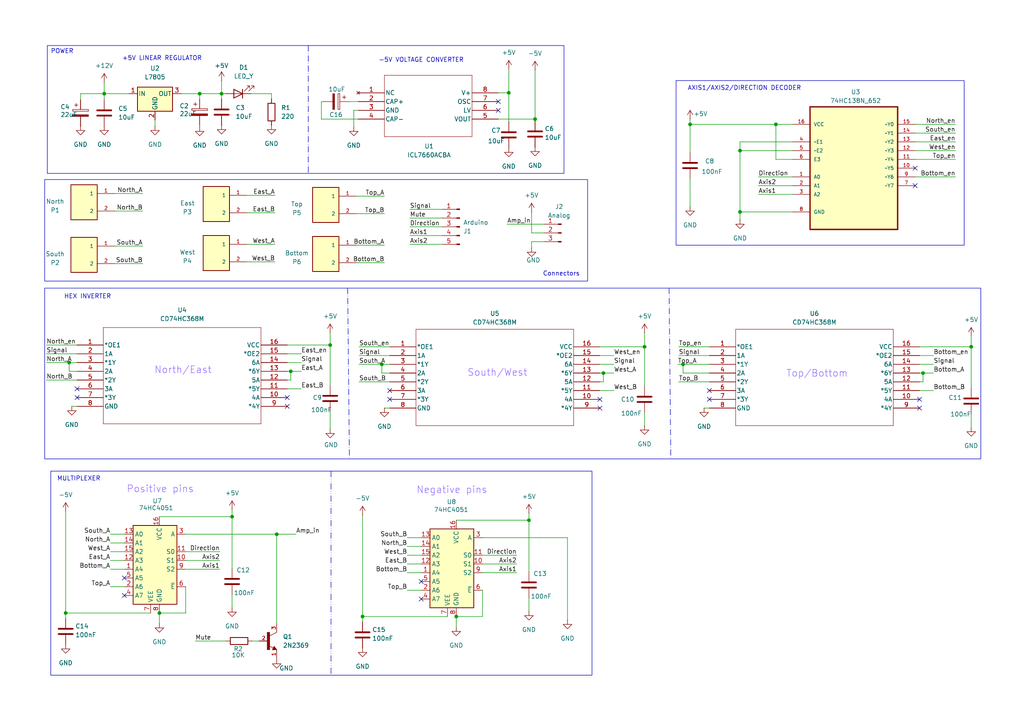
<source format=kicad_sch>
(kicad_sch (version 20231120) (generator "eeschema") (generator_version "8.0")
  (paper "A4")
  (title_block (title "3D Digital Board") (date "2024-10-18") (rev "V1.0") (company "University of Cape Town") (comment 1 "@Author: Dylan Kuming"))
  (lib_symbols
    (symbol "0022272021:0022272021" (pin_names (offset 1.016))
      (property "Reference" "P" (at 0 5.086 0))
      (property "Value" "0022272021" (at 0 -7.624 0))
      (symbol "0022272021_0_0"
        (pin passive line (at -5.08 2.54 0) (length 5.08) (name "1") (number "1"))
        (pin passive line (at -5.08 -2.54 0) (length 5.08) (name "2") (number "2"))
      )
    )
    (symbol "2024-08-03_09-29-17:CD74HC368M" (pin_names (offset 0.254))
      (property "Reference" "U" (at 30.48 10.16 0))
      (property "Value" "CD74HC368M" (at 30.48 7.62 0))
      (symbol "CD74HC368M_0_1"
        (pin input line (at 0 0 0) (length 7.62) (name "*OE1") (number "1"))
        (pin input line (at 60.96 -15.24 180) (length 7.62) (name "4A") (number "10"))
        (pin output line (at 60.96 -12.7 180) (length 7.62) (name "*5Y") (number "11"))
        (pin input line (at 60.96 -10.16 180) (length 7.62) (name "5A") (number "12"))
        (pin output line (at 60.96 -7.62 180) (length 7.62) (name "*6Y") (number "13"))
        (pin input line (at 60.96 -5.08 180) (length 7.62) (name "6A") (number "14"))
        (pin input line (at 60.96 -2.54 180) (length 7.62) (name "*OE2") (number "15"))
        (pin power_in line (at 60.96 0 180) (length 7.62) (name "VCC") (number "16"))
        (pin input line (at 0 -2.54 0) (length 7.62) (name "1A") (number "2"))
        (pin output line (at 0 -5.08 0) (length 7.62) (name "*1Y") (number "3"))
        (pin input line (at 0 -7.62 0) (length 7.62) (name "2A") (number "4"))
        (pin output line (at 0 -10.16 0) (length 7.62) (name "*2Y") (number "5"))
        (pin input line (at 0 -12.7 0) (length 7.62) (name "3A") (number "6"))
        (pin output line (at 0 -15.24 0) (length 7.62) (name "*3Y") (number "7"))
        (pin power_in line (at 0 -17.78 0) (length 7.62) (name "GND") (number "8"))
        (pin output line (at 60.96 -17.78 180) (length 7.62) (name "*4Y") (number "9"))
      )
    )
    (symbol "2024-08-03_09-40-07:ICL7660ACBA" (pin_names (offset 0.254))
      (property "Reference" "U" (at 20.32 10.16 0))
      (property "Value" "ICL7660ACBA" (at 20.32 7.62 0))
      (symbol "ICL7660ACBA_0_1"
        (pin no_connect line (at 0 0 0) (length 7.62) (name "NC") (number "1"))
        (pin unspecified line (at 0 -2.54 0) (length 7.62) (name "CAP+") (number "2"))
        (pin power_in line (at 0 -5.08 0) (length 7.62) (name "GND") (number "3"))
        (pin unspecified line (at 0 -7.62 0) (length 7.62) (name "CAP-") (number "4"))
        (pin output line (at 40.64 -7.62 180) (length 7.62) (name "VOUT") (number "5"))
        (pin unspecified line (at 40.64 -5.08 180) (length 7.62) (name "LV") (number "6"))
        (pin unspecified line (at 40.64 -2.54 180) (length 7.62) (name "OSC") (number "7"))
        (pin power_in line (at 40.64 0 180) (length 7.62) (name "V+") (number "8"))
      )
    )
    (symbol "2N2369:2N2369" (pin_names (offset 1.016))
      (property "Reference" "Q" (at 2.54 0.508 0))
      (property "Value" "2N2369" (at 2.54 -0.508 0))
      (symbol "2N2369_0_0"
        (pin passive line (at 2.54 -5.08 90) (length 2.54) (name "~") (number "1"))
        (pin passive line (at -2.54 0 0) (length 2.54) (name "~") (number "2"))
        (pin passive line (at 2.54 5.08 270) (length 2.54) (name "~") (number "3"))
      )
    )
    (symbol "74HC138N_652:74HC138N_652" (pin_names (offset 1.016))
      (property "Reference" "U" (at -5.3646 18.2041 0))
      (property "Value" "74HC138N_652" (at -4.4995 -24.6327 0))
      (symbol "74HC138N_652_0_0"
        (pin input line (at -17.78 -5.08 0) (length 5.08) (name "A0") (number "1"))
        (pin output line (at 17.78 -2.54 180) (length 5.08) (name "~Y5") (number "10"))
        (pin output line (at 17.78 0 180) (length 5.08) (name "~Y4") (number "11"))
        (pin output line (at 17.78 2.54 180) (length 5.08) (name "~Y3") (number "12"))
        (pin output line (at 17.78 5.08 180) (length 5.08) (name "~Y2") (number "13"))
        (pin output line (at 17.78 7.62 180) (length 5.08) (name "~Y1") (number "14"))
        (pin output line (at 17.78 10.16 180) (length 5.08) (name "~Y0") (number "15"))
        (pin power_in line (at -17.78 10.16 0) (length 5.08) (name "VCC") (number "16"))
        (pin input line (at -17.78 -7.62 0) (length 5.08) (name "A1") (number "2"))
        (pin input line (at -17.78 -10.16 0) (length 5.08) (name "A2") (number "3"))
        (pin input line (at -17.78 5.08 0) (length 5.08) (name "~E1") (number "4"))
        (pin input line (at -17.78 2.54 0) (length 5.08) (name "~E2") (number "5"))
        (pin input line (at -17.78 0 0) (length 5.08) (name "E3") (number "6"))
        (pin output line (at 17.78 -7.62 180) (length 5.08) (name "~Y7") (number "7"))
        (pin passive line (at -17.78 -15.24 0) (length 5.08) (name "GND") (number "8"))
        (pin output line (at 17.78 -5.08 180) (length 5.08) (name "~Y6") (number "9"))
      )
    )
    (symbol "74xx:74HC4051"
      (property "Reference" "U" (at -5.08 11.43 0))
      (property "Value" "74HC4051" (at -7.62 -13.97 0))
      (symbol "74HC4051_1_1"
        (pin passive line (at 10.16 -2.54 180) (length 2.54) (name "A4") (number "1"))
        (pin input line (at -7.62 0 0) (length 2.54) (name "S1") (number "10"))
        (pin input line (at -7.62 2.54 0) (length 2.54) (name "S0") (number "11"))
        (pin passive line (at 10.16 0 180) (length 2.54) (name "A3") (number "12"))
        (pin passive line (at 10.16 7.62 180) (length 2.54) (name "A0") (number "13"))
        (pin passive line (at 10.16 5.08 180) (length 2.54) (name "A1") (number "14"))
        (pin passive line (at 10.16 2.54 180) (length 2.54) (name "A2") (number "15"))
        (pin power_in line (at 0 12.7 270) (length 2.54) (name "VCC") (number "16"))
        (pin passive line (at 10.16 -7.62 180) (length 2.54) (name "A6") (number "2"))
        (pin passive line (at -7.62 7.62 0) (length 2.54) (name "A") (number "3"))
        (pin passive line (at 10.16 -10.16 180) (length 2.54) (name "A7") (number "4"))
        (pin passive line (at 10.16 -5.08 180) (length 2.54) (name "A5") (number "5"))
        (pin input line (at -7.62 -7.62 0) (length 2.54) (name "~{E}") (number "6"))
        (pin power_in line (at 2.54 -15.24 90) (length 2.54) (name "VEE") (number "7"))
        (pin power_in line (at 0 -15.24 90) (length 2.54) (name "GND") (number "8"))
        (pin input line (at -7.62 -2.54 0) (length 2.54) (name "S2") (number "9"))
      )
    )
    (symbol "Connector:Conn_01x03_Pin" (pin_names (offset 1.016) hide)
      (property "Reference" "J" (at 0 5.08 0))
      (property "Value" "Conn_01x03_Pin" (at 0 -5.08 0))
      (symbol "Conn_01x03_Pin_1_1"
        (pin passive line (at 5.08 2.54 180) (length 3.81) (name "Pin_1") (number "1"))
        (pin passive line (at 5.08 0 180) (length 3.81) (name "Pin_2") (number "2"))
        (pin passive line (at 5.08 -2.54 180) (length 3.81) (name "Pin_3") (number "3"))
      )
    )
    (symbol "Connector:Conn_01x05_Pin" (pin_names (offset 1.016) hide)
      (property "Reference" "J" (at 0 7.62 0))
      (property "Value" "Conn_01x05_Pin" (at 0 -7.62 0))
      (symbol "Conn_01x05_Pin_1_1"
        (pin passive line (at 5.08 5.08 180) (length 3.81) (name "Pin_1") (number "1"))
        (pin passive line (at 5.08 2.54 180) (length 3.81) (name "Pin_2") (number "2"))
        (pin passive line (at 5.08 0 180) (length 3.81) (name "Pin_3") (number "3"))
        (pin passive line (at 5.08 -2.54 180) (length 3.81) (name "Pin_4") (number "4"))
        (pin passive line (at 5.08 -5.08 180) (length 3.81) (name "Pin_5") (number "5"))
      )
    )
    (symbol "Device:C" (pin_numbers hide) (pin_names (offset 0.254))
      (property "Reference" "C" (at 0.635 2.54 0))
      (property "Value" "C" (at 0.635 -2.54 0))
      (symbol "C_1_1"
        (pin passive line (at 0 3.81 270) (length 2.794) (name "~") (number "1"))
        (pin passive line (at 0 -3.81 90) (length 2.794) (name "~") (number "2"))
      )
    )
    (symbol "Device:C_Polarized" (pin_numbers hide) (pin_names (offset 0.254))
      (property "Reference" "C" (at 0.635 2.54 0))
      (property "Value" "C_Polarized" (at 0.635 -2.54 0))
      (symbol "C_Polarized_1_1"
        (pin passive line (at 0 3.81 270) (length 2.794) (name "~") (number "1"))
        (pin passive line (at 0 -3.81 90) (length 2.794) (name "~") (number "2"))
      )
    )
    (symbol "Device:LED" (pin_numbers hide) (pin_names (offset 1.016) hide)
      (property "Reference" "D" (at 0 2.54 0))
      (property "Value" "LED" (at 0 -2.54 0))
      (symbol "LED_1_1"
        (pin passive line (at -3.81 0 0) (length 2.54) (name "K") (number "1"))
        (pin passive line (at 3.81 0 180) (length 2.54) (name "A") (number "2"))
      )
    )
    (symbol "Device:R" (pin_numbers hide) (pin_names (offset 0))
      (property "Reference" "R" (at 2.032 0 90))
      (property "Value" "R" (at 0 0 90))
      (symbol "R_1_1"
        (pin passive line (at 0 3.81 270) (length 1.27) (name "~") (number "1"))
        (pin passive line (at 0 -3.81 90) (length 1.27) (name "~") (number "2"))
      )
    )
    (symbol "Regulator_Linear:L7805" (pin_names (offset 0.254))
      (property "Reference" "U" (at -3.81 3.175 0))
      (property "Value" "L7805" (at 0 3.175 0))
      (symbol "L7805_1_1"
        (pin power_in line (at -7.62 0 0) (length 2.54) (name "IN") (number "1"))
        (pin power_in line (at 0 -7.62 90) (length 2.54) (name "GND") (number "2"))
        (pin power_out line (at 7.62 0 180) (length 2.54) (name "OUT") (number "3"))
      )
    )
    (symbol "power:+12V" (power) (pin_numbers hide) (pin_names (offset 0) hide)
      (property "Value" "+12V" (at 0 3.556 0))
      (symbol "+12V_1_1"
        (pin power_in line (at 0 0 90) (length 0) (name "~") (number "1"))
      )
    )
    (symbol "power:GND" (power) (pin_numbers hide) (pin_names (offset 0) hide)
      (property "Value" "GND" (at 0 -3.81 0))
      (symbol "GND_1_1"
        (pin power_in line (at 0 0 270) (length 0) (name "~") (number "1"))
      )
    )
    (symbol "power:VCC" (power) (pin_numbers hide) (pin_names (offset 0) hide)
      (property "Value" "VCC" (at 0 3.556 0))
      (symbol "VCC_1_1"
        (pin power_in line (at 0 0 90) (length 0) (name "~") (number "1"))
      )
    )
  )
  (junction (at 155.194 34.544))
  (junction (at 84.328 107.696))
  (junction (at 132.334 178.816))
  (junction (at 110.744 105.664))
  (junction (at 214.63 61.468))
  (junction (at 30.226 27.178))
  (junction (at 19.05 177.8))
  (junction (at 105.156 178.816))
  (junction (at 153.416 150.876))
  (junction (at 225.044 36.068))
  (junction (at 198.12 105.664))
  (junction (at 20.066 105.156))
  (junction (at 175.006 108.204))
  (junction (at 186.944 100.584))
  (junction (at 281.686 100.584))
  (junction (at 267.716 108.204))
  (junction (at 214.63 43.688))
  (junction (at 46.228 177.8))
  (junction (at 80.264 154.94))
  (junction (at 95.758 100.076))
  (junction (at 147.574 26.924))
  (junction (at 67.31 149.86))
  (junction (at 200.152 36.068))
  (junction (at 57.912 27.178))
  (junction (at 64.262 27.178))
  (no_connect (at 266.7 115.824))
  (no_connect (at 113.03 115.824))
  (no_connect (at 83.312 117.856))
  (no_connect (at 173.99 115.824))
  (no_connect (at 36.068 167.64))
  (no_connect (at 265.43 53.848))
  (no_connect (at 22.352 115.316))
  (no_connect (at 266.7 118.364))
  (no_connect (at 205.74 115.824))
  (no_connect (at 144.526 29.464))
  (no_connect (at 173.99 118.364))
  (no_connect (at 36.068 172.72))
  (no_connect (at 113.03 113.284))
  (no_connect (at 122.174 168.656))
  (no_connect (at 265.43 48.768))
  (no_connect (at 205.74 113.284))
  (no_connect (at 144.526 32.004))
  (no_connect (at 122.174 173.736))
  (no_connect (at 22.352 112.776))
  (no_connect (at 83.312 115.316))
  (wire (pts (xy 63.754 162.56) (xy 53.848 162.56)))
  (wire (pts (xy 118.872 70.866) (xy 128.27 70.866)))
  (wire (pts (xy 83.312 105.156) (xy 87.376 105.156)))
  (wire (pts (xy 53.848 177.8) (xy 46.228 177.8)))
  (wire (pts (xy 225.044 46.228) (xy 225.044 36.068)))
  (wire (pts (xy 144.526 34.544) (xy 155.194 34.544)))
  (wire (pts (xy 22.352 107.696) (xy 20.066 107.696)))
  (wire (pts (xy 147.574 26.924) (xy 144.526 26.924)))
  (wire (pts (xy 44.958 34.798) (xy 44.958 36.576)))
  (wire (pts (xy 139.954 171.196) (xy 139.954 178.816)))
  (wire (pts (xy 155.194 34.544) (xy 155.194 35.052)))
  (wire (pts (xy 205.74 108.204) (xy 198.12 108.204)))
  (wire (pts (xy 122.174 171.196) (xy 118.11 171.196)))
  (wire (pts (xy 41.402 56.134) (xy 33.274 56.134)))
  (wire (pts (xy 113.03 108.204) (xy 110.744 108.204)))
  (wire (pts (xy 41.402 71.374) (xy 33.274 71.374)))
  (wire (pts (xy 41.402 76.454) (xy 33.274 76.454)))
  (wire (pts (xy 173.99 103.124) (xy 178.054 103.124)))
  (wire (pts (xy 104.14 110.744) (xy 113.03 110.744)))
  (wire (pts (xy 154.178 61.468) (xy 154.178 67.564)))
  (wire (pts (xy 149.86 163.576) (xy 139.954 163.576)))
  (wire (pts (xy 102.616 32.004) (xy 103.886 32.004)))
  (wire (pts (xy 36.068 162.56) (xy 32.004 162.56)))
  (wire (pts (xy 132.334 181.864) (xy 132.334 178.816)))
  (polyline (pts (xy 100.838 83.566) (xy 101.346 133.096)) (stroke (width 0) (type dash_dot)))
  (wire (pts (xy 266.7 105.664) (xy 270.764 105.664)))
  (wire (pts (xy 196.85 110.744) (xy 205.74 110.744)))
  (wire (pts (xy 154.178 67.564) (xy 157.734 67.564)))
  (wire (pts (xy 111.506 71.12) (xy 103.378 71.12)))
  (wire (pts (xy 200.152 36.068) (xy 200.152 44.196)))
  (wire (pts (xy 30.226 23.876) (xy 30.226 27.178)))
  (wire (pts (xy 111.506 76.2) (xy 103.378 76.2)))
  (wire (pts (xy 30.226 27.178) (xy 37.338 27.178)))
  (wire (pts (xy 122.174 166.116) (xy 118.11 166.116)))
  (wire (pts (xy 93.218 29.464) (xy 93.726 29.464)))
  (wire (pts (xy 200.152 36.068) (xy 225.044 36.068)))
  (wire (pts (xy 147.574 26.924) (xy 147.574 35.306)))
  (wire (pts (xy 67.31 149.86) (xy 67.31 164.846)))
  (wire (pts (xy 173.99 105.664) (xy 178.054 105.664)))
  (wire (pts (xy 196.85 100.584) (xy 205.74 100.584)))
  (wire (pts (xy 219.964 51.308) (xy 229.87 51.308)))
  (wire (pts (xy 122.174 163.576) (xy 118.11 163.576)))
  (wire (pts (xy 20.066 105.156) (xy 22.352 105.156)))
  (wire (pts (xy 147.066 65.024) (xy 157.734 65.024)))
  (wire (pts (xy 63.754 160.02) (xy 53.848 160.02)))
  (wire (pts (xy 281.686 123.952) (xy 281.686 120.142)))
  (wire (pts (xy 83.312 112.776) (xy 87.376 112.776)))
  (wire (pts (xy 79.756 70.866) (xy 71.628 70.866)))
  (wire (pts (xy 153.416 148.844) (xy 153.416 150.876)))
  (wire (pts (xy 266.7 103.124) (xy 270.764 103.124)))
  (polyline (pts (xy 89.408 13.208) (xy 89.408 50.292)) (stroke (width 0) (type dash_dot)))
  (wire (pts (xy 118.872 60.706) (xy 128.27 60.706)))
  (wire (pts (xy 13.462 102.616) (xy 22.352 102.616)))
  (wire (pts (xy 46.228 149.86) (xy 67.31 149.86)))
  (wire (pts (xy 64.262 23.368) (xy 64.262 27.178)))
  (wire (pts (xy 118.872 68.326) (xy 128.27 68.326)))
  (wire (pts (xy 281.686 97.536) (xy 281.686 100.584)))
  (wire (pts (xy 265.43 36.068) (xy 277.114 36.068)))
  (wire (pts (xy 80.264 154.94) (xy 85.852 154.94)))
  (wire (pts (xy 36.068 157.48) (xy 32.004 157.48)))
  (wire (pts (xy 173.99 100.584) (xy 186.944 100.584)))
  (wire (pts (xy 265.43 51.308) (xy 277.114 51.308)))
  (wire (pts (xy 266.7 108.204) (xy 267.716 108.204)))
  (wire (pts (xy 214.63 43.688) (xy 229.87 43.688)))
  (wire (pts (xy 186.944 123.444) (xy 186.944 119.634)))
  (wire (pts (xy 13.462 100.076) (xy 22.352 100.076)))
  (wire (pts (xy 79.756 61.722) (xy 71.628 61.722)))
  (wire (pts (xy 53.848 154.94) (xy 80.264 154.94)))
  (wire (pts (xy 173.99 108.204) (xy 175.006 108.204)))
  (wire (pts (xy 147.574 20.066) (xy 147.574 26.924)))
  (wire (pts (xy 153.416 150.876) (xy 153.416 165.862)))
  (wire (pts (xy 95.758 124.46) (xy 95.758 119.38)))
  (wire (pts (xy 36.068 165.1) (xy 32.004 165.1)))
  (wire (pts (xy 104.14 100.584) (xy 113.03 100.584)))
  (polyline (pts (xy 194.056 83.566) (xy 194.564 133.096)) (stroke (width 0) (type dash_dot)))
  (wire (pts (xy 104.14 105.664) (xy 110.744 105.664)))
  (wire (pts (xy 225.044 36.068) (xy 229.87 36.068)))
  (wire (pts (xy 84.328 110.236) (xy 84.328 107.696)))
  (wire (pts (xy 154.178 70.104) (xy 157.734 70.104)))
  (wire (pts (xy 110.744 105.664) (xy 113.03 105.664)))
  (wire (pts (xy 93.218 34.544) (xy 93.218 29.464)))
  (wire (pts (xy 102.616 36.83) (xy 102.616 32.004)))
  (wire (pts (xy 149.86 161.036) (xy 139.954 161.036)))
  (wire (pts (xy 79.756 75.946) (xy 71.628 75.946)))
  (wire (pts (xy 19.05 148.336) (xy 19.05 177.8)))
  (wire (pts (xy 52.578 27.178) (xy 57.912 27.178)))
  (wire (pts (xy 265.43 41.148) (xy 277.114 41.148)))
  (wire (pts (xy 20.066 107.696) (xy 20.066 105.156)))
  (wire (pts (xy 111.506 61.976) (xy 103.378 61.976)))
  (wire (pts (xy 154.178 71.882) (xy 154.178 70.104)))
  (wire (pts (xy 67.31 147.828) (xy 67.31 149.86)))
  (wire (pts (xy 83.312 100.076) (xy 95.758 100.076)))
  (wire (pts (xy 214.63 61.468) (xy 214.63 43.688)))
  (wire (pts (xy 164.592 155.956) (xy 164.592 179.832)))
  (wire (pts (xy 219.964 56.388) (xy 229.87 56.388)))
  (wire (pts (xy 20.828 117.856) (xy 22.352 117.856)))
  (wire (pts (xy 80.264 154.94) (xy 80.264 180.848)))
  (wire (pts (xy 23.368 28.956) (xy 23.368 27.178)))
  (wire (pts (xy 153.416 177.292) (xy 153.416 173.482)))
  (wire (pts (xy 57.912 27.178) (xy 57.912 28.702)))
  (wire (pts (xy 118.872 63.246) (xy 128.27 63.246)))
  (wire (pts (xy 265.43 43.688) (xy 277.114 43.688)))
  (wire (pts (xy 229.87 46.228) (xy 225.044 46.228)))
  (wire (pts (xy 139.954 178.816) (xy 132.334 178.816)))
  (wire (pts (xy 214.63 43.688) (xy 214.63 41.148)))
  (wire (pts (xy 196.596 105.664) (xy 198.12 105.664)))
  (wire (pts (xy 53.848 170.18) (xy 53.848 177.8)))
  (wire (pts (xy 84.328 107.696) (xy 87.376 107.696)))
  (wire (pts (xy 173.99 110.744) (xy 175.006 110.744)))
  (wire (pts (xy 64.262 27.178) (xy 64.262 28.702)))
  (wire (pts (xy 111.506 56.896) (xy 103.378 56.896)))
  (polyline (pts (xy 96.012 136.652) (xy 96.012 195.834)) (stroke (width 0) (type dash_dot_dot)))
  (wire (pts (xy 281.686 100.584) (xy 281.686 112.522)))
  (wire (pts (xy 72.898 27.178) (xy 78.74 27.178)))
  (wire (pts (xy 95.758 96.52) (xy 95.758 100.076)))
  (wire (pts (xy 149.86 166.116) (xy 139.954 166.116)))
  (wire (pts (xy 200.152 34.544) (xy 200.152 36.068)))
  (wire (pts (xy 78.74 27.178) (xy 78.74 28.702)))
  (wire (pts (xy 41.402 61.214) (xy 33.274 61.214)))
  (wire (pts (xy 36.068 160.02) (xy 32.004 160.02)))
  (wire (pts (xy 204.216 118.364) (xy 205.74 118.364)))
  (wire (pts (xy 111.506 118.364) (xy 113.03 118.364)))
  (wire (pts (xy 175.006 110.744) (xy 175.006 108.204)))
  (wire (pts (xy 122.174 158.496) (xy 118.11 158.496)))
  (wire (pts (xy 93.218 34.544) (xy 103.886 34.544)))
  (wire (pts (xy 36.068 154.94) (xy 32.004 154.94)))
  (wire (pts (xy 57.912 27.178) (xy 64.262 27.178)))
  (wire (pts (xy 104.14 103.124) (xy 113.03 103.124)))
  (wire (pts (xy 80.264 191.008) (xy 80.264 191.262)))
  (wire (pts (xy 214.63 61.468) (xy 229.87 61.468)))
  (wire (pts (xy 105.156 149.352) (xy 105.156 178.816)))
  (wire (pts (xy 118.872 65.786) (xy 128.27 65.786)))
  (wire (pts (xy 175.006 108.204) (xy 178.054 108.204)))
  (wire (pts (xy 13.462 110.236) (xy 22.352 110.236)))
  (wire (pts (xy 122.174 155.956) (xy 118.11 155.956)))
  (wire (pts (xy 186.944 100.584) (xy 186.944 112.014)))
  (wire (pts (xy 101.346 29.464) (xy 103.886 29.464)))
  (wire (pts (xy 13.462 105.156) (xy 20.066 105.156)))
  (wire (pts (xy 132.334 150.876) (xy 153.416 150.876)))
  (wire (pts (xy 83.312 110.236) (xy 84.328 110.236)))
  (wire (pts (xy 83.312 102.616) (xy 87.376 102.616)))
  (wire (pts (xy 198.12 108.204) (xy 198.12 105.664)))
  (wire (pts (xy 95.758 100.076) (xy 95.758 111.76)))
  (wire (pts (xy 46.228 180.848) (xy 46.228 177.8)))
  (wire (pts (xy 19.05 177.8) (xy 43.688 177.8)))
  (wire (pts (xy 57.912 36.83) (xy 57.912 36.322)))
  (wire (pts (xy 266.7 110.744) (xy 267.716 110.744)))
  (wire (pts (xy 173.99 113.284) (xy 178.054 113.284)))
  (wire (pts (xy 219.964 53.848) (xy 229.87 53.848)))
  (wire (pts (xy 214.63 41.148) (xy 229.87 41.148)))
  (wire (pts (xy 19.05 177.8) (xy 19.05 179.324)))
  (wire (pts (xy 196.85 103.124) (xy 205.74 103.124)))
  (wire (pts (xy 266.7 100.584) (xy 281.686 100.584)))
  (wire (pts (xy 267.716 110.744) (xy 267.716 108.204)))
  (wire (pts (xy 110.744 108.204) (xy 110.744 105.664)))
  (wire (pts (xy 64.262 27.178) (xy 65.278 27.178)))
  (wire (pts (xy 105.156 178.816) (xy 129.794 178.816)))
  (wire (pts (xy 30.226 27.178) (xy 30.226 28.956)))
  (wire (pts (xy 23.368 27.178) (xy 30.226 27.178)))
  (wire (pts (xy 79.756 56.642) (xy 71.628 56.642)))
  (wire (pts (xy 122.174 161.036) (xy 118.11 161.036)))
  (wire (pts (xy 266.7 113.284) (xy 270.764 113.284)))
  (wire (pts (xy 267.716 108.204) (xy 270.764 108.204)))
  (wire (pts (xy 198.12 105.664) (xy 205.74 105.664)))
  (wire (pts (xy 73.152 185.928) (xy 75.184 185.928)))
  (wire (pts (xy 139.954 155.956) (xy 164.592 155.956)))
  (wire (pts (xy 56.642 185.928) (xy 65.532 185.928)))
  (wire (pts (xy 105.156 178.816) (xy 105.156 180.34)))
  (wire (pts (xy 63.754 165.1) (xy 53.848 165.1)))
  (wire (pts (xy 265.43 38.608) (xy 277.114 38.608)))
  (wire (pts (xy 83.312 107.696) (xy 84.328 107.696)))
  (wire (pts (xy 155.194 20.32) (xy 155.194 34.544)))
  (wire (pts (xy 214.63 63.754) (xy 214.63 61.468)))
  (wire (pts (xy 36.068 170.18) (xy 32.004 170.18)))
  (wire (pts (xy 265.43 46.228) (xy 277.114 46.228)))
  (wire (pts (xy 200.152 59.944) (xy 200.152 51.816)))
  (wire (pts (xy 186.944 96.52) (xy 186.944 100.584)))
  (wire (pts (xy 67.31 176.276) (xy 67.31 172.466)))
  (rectangle (start 12.954 52.07) (end 170.434 81.534))
  (rectangle (start 12.954 83.566) (end 284.48 133.096))
  (rectangle (start 14.732 136.652) (end 171.704 195.834))
  (rectangle (start 13.716 13.208) (end 163.576 50.292))
  (rectangle (start 196.088 23.368) (end 279.654 71.12))
  (text "Negative pins" (at 131.064 142.24 0) (effects (font (size 2 2))))
  (text "+5V LINEAR REGULATOR\n" (at 46.99 17.018 0) (effects (font (size 1.27 1.27))))
  (text "Top/Bottom" (at 236.982 108.458 0) (effects (font (size 2 2))))
  (text "Connectors\n\n" (at 162.814 80.518 0) (effects (font (size 1.27 1.27))))
  (text "North/East" (at 53.086 107.442 0) (effects (font (size 2 2))))
  (text "-5V VOLTAGE CONVERTER\n\n" (at 122.174 18.542 0) (effects (font (size 1.27 1.27))))
  (text "AXIS1/AXIS2/DIRECTION DECODER\n" (at 215.9 25.654 0) (effects (font (size 1.27 1.27))))
  (text "MULTIPLEXER\n" (at 22.86 138.938 0) (effects (font (size 1.27 1.27))))
  (text "POWER\n" (at 18.034 14.986 0) (effects (font (size 1.27 1.27))))
  (text "HEX INVERTER\n" (at 25.4 86.106 0) (effects (font (size 1.27 1.27))))
  (text "Positive pins" (at 46.482 141.986 0) (effects (font (size 2 2))))
  (text "South/West" (at 144.272 108.204 0) (effects (font (size 2 2))))
  (label "West_A" (at 178.054 108.204 0))
  (label "Bottom_A" (at 32.004 165.1 180))
  (label "Bottom_A" (at 111.506 71.12 180))
  (label "Amp_in" (at 85.852 154.94 0))
  (label "Top_A" (at 196.596 105.664 0))
  (label "Bottom_B" (at 111.506 76.2 180))
  (label "Axis1" (at 63.754 165.1 180))
  (label "North_en" (at 13.462 100.076 0))
  (label "Direction" (at 63.754 160.02 180))
  (label "East_en" (at 87.376 102.616 0))
  (label "North_B" (at 13.462 110.236 0))
  (label "Top_B" (at 111.506 61.976 180))
  (label "Axis2" (at 118.872 70.866 0))
  (label "West_en" (at 277.114 43.688 180))
  (label "Top_B" (at 118.11 171.196 180))
  (label "West_A" (at 32.004 160.02 180))
  (label "Top_B" (at 196.85 110.744 0))
  (label "South_en" (at 277.114 38.608 180))
  (label "South_A" (at 104.14 105.664 0))
  (label "North_B" (at 41.402 61.214 180))
  (label "Bottom_A" (at 270.764 108.204 0))
  (label "East_B" (at 79.756 61.722 180))
  (label "Axis2" (at 219.964 53.848 0))
  (label "Top_A" (at 111.506 56.896 180))
  (label "Bottom_en" (at 270.764 103.124 0))
  (label "Amp_in" (at 147.066 65.024 0))
  (label "Signal" (at 270.764 105.664 0))
  (label "Axis1" (at 118.872 68.326 0))
  (label "East_A" (at 32.004 162.56 180))
  (label "North_A" (at 32.004 157.48 180))
  (label "East_B" (at 118.11 163.576 180))
  (label "West_B" (at 118.11 161.036 180))
  (label "South_en" (at 104.14 100.584 0))
  (label "Bottom_en" (at 277.114 51.308 180))
  (label "East_B" (at 87.376 112.776 0))
  (label "South_A" (at 32.004 154.94 180))
  (label "Mute" (at 56.642 185.928 0))
  (label "East_en" (at 277.114 41.148 180))
  (label "Signal" (at 178.054 105.664 0))
  (label "West_A" (at 79.756 70.866 180))
  (label "West_en" (at 178.054 103.124 0))
  (label "Bottom_B" (at 270.764 113.284 0))
  (label "West_B" (at 79.756 75.946 180))
  (label "East_A" (at 79.756 56.642 180))
  (label "Bottom_B" (at 118.11 166.116 180))
  (label "West_B" (at 178.054 113.284 0))
  (label "Direction" (at 219.964 51.308 0))
  (label "Axis2" (at 63.754 162.56 180))
  (label "Top_A" (at 32.004 170.18 180))
  (label "Signal" (at 196.85 103.124 0))
  (label "Signal" (at 118.872 60.706 0))
  (label "Signal" (at 104.14 103.124 0))
  (label "Axis2" (at 149.86 163.576 180))
  (label "Top_en" (at 196.85 100.584 0))
  (label "South_A" (at 41.402 71.374 180))
  (label "North_en" (at 277.114 36.068 180))
  (label "Axis1" (at 219.964 56.388 0))
  (label "North_B" (at 118.11 158.496 180))
  (label "Signal" (at 13.462 102.616 0))
  (label "Direction" (at 118.872 65.786 0))
  (label "Mute" (at 118.872 63.246 0))
  (label "Signal" (at 87.376 105.156 0))
  (label "Axis1" (at 149.86 166.116 180))
  (label "North_A" (at 41.402 56.134 180))
  (label "South_B" (at 104.14 110.744 0))
  (label "Top_en" (at 277.114 46.228 180))
  (label "East_A" (at 87.376 107.696 0))
  (label "South_B" (at 41.402 76.454 180))
  (label "North_A" (at 13.462 105.156 0))
  (label "Direction" (at 149.86 161.036 180))
  (label "South_B" (at 118.11 155.956 180))
  (symbol (lib_id "Device:C") (at 153.416 169.672 0) (unit 1)
    (property "Reference" "C13" (at 154.686 166.37 0) (effects (justify left)))
    (property "Value" "100nF" (at 153.924 172.974 0) (effects (justify left)))
    (property "Footprint" "Capacitor_SMD:C_0805_2012Metric" (effects (hide yes)))
    (property "Description" "Unpolarized capacitor" (effects (hide yes)))
  )
  (symbol (lib_id "power:VCC") (at 281.686 97.536 0) (unit 1)
    (property "Reference" "#PWR019" (effects (hide yes)))
    (property "Value" "+5V" (at 281.686 92.71 0))
    (property "Description" "Power symbol creates a global label with name \"VCC\"" (effects (hide yes)))
  )
  (symbol (lib_id "power:VCC") (at 200.152 34.544 0) (unit 1)
    (property "Reference" "#PWR014" (effects (hide yes)))
    (property "Value" "+5V" (at 203.2 33.02 0))
    (property "Description" "Power symbol creates a global label with name \"VCC\"" (effects (hide yes)))
  )
  (symbol (lib_id "power:GND") (at 20.828 117.856 0) (unit 1)
    (property "Reference" "#PWR020" (effects (hide yes)))
    (property "Value" "GND" (at 20.828 123.19 0))
    (property "Description" "Power symbol creates a global label with name \"GND\" , ground" (effects (hide yes)))
  )
  (symbol (lib_id "power:GND") (at 186.944 123.444 0) (unit 1)
    (property "Reference" "#PWR023" (effects (hide yes)))
    (property "Value" "GND" (at 186.944 128.778 0))
    (property "Description" "Power symbol creates a global label with name \"GND\" , ground" (effects (hide yes)))
  )
  (symbol (lib_id "0022272021:0022272021") (at 66.548 59.182 0) (mirror y) (unit 1)
    (property "Reference" "P3" (at 54.356 61.468 0))
    (property "Value" "East" (at 54.356 58.928 0))
    (property "Footprint" "Connector_Molex:Molex_KK-254_AE-6410-02A_1x02_P2.54mm_Vertical" (effects (hide yes)))
    (property "MF" "Molex" (effects (hide yes)))
    (property "Description_1" "\nConnector Header Through Hole 2 position 0.100 (2.54mm)\n" (effects (hide yes)))
    (property "Package" "None" (effects (hide yes)))
    (property "Price" "None" (effects (hide yes)))
    (property "Check_prices" "https://www.snapeda.com/parts/0022272021/Molex/view-part/?ref=eda" (effects (hide yes)))
    (property "SnapEDA_Link" "https://www.snapeda.com/parts/0022272021/Molex/view-part/?ref=snap" (effects (hide yes)))
    (property "MP" "0022272021" (effects (hide yes)))
    (property "Purchase-URL" "https://www.snapeda.com/api/url_track_click_mouser/?unipart_id=424357&manufacturer=Molex&part_name=0022272021&search_term=None" (effects (hide yes)))
    (property "Availability" "In Stock" (effects (hide yes)))
    (property "MANUFACTURER" "Molex" (effects (hide yes)))
  )
  (symbol (lib_id "power:GND") (at 153.416 177.292 0) (unit 1)
    (property "Reference" "#PWR031" (effects (hide yes)))
    (property "Value" "GND" (at 153.416 182.626 0))
    (property "Description" "Power symbol creates a global label with name \"GND\" , ground" (effects (hide yes)))
  )
  (symbol (lib_id "power:VCC") (at 147.574 20.066 0) (unit 1)
    (property "Reference" "#PWR01" (effects (hide yes)))
    (property "Value" "+5V" (at 147.574 15.24 0))
    (property "Description" "Power symbol creates a global label with name \"VCC\"" (effects (hide yes)))
  )
  (symbol (lib_id "Device:R") (at 78.74 32.512 0) (unit 1)
    (property "Reference" "R1" (at 81.534 31.2419 0) (effects (justify left)))
    (property "Value" "220" (at 81.534 33.7819 0) (effects (justify left)))
    (property "Footprint" "Resistor_SMD:R_0805_2012Metric" (effects (hide yes)))
    (property "Description" "Resistor" (effects (hide yes)))
  )
  (symbol (lib_id "power:GND") (at 132.334 181.864 0) (unit 1)
    (property "Reference" "#PWR034" (effects (hide yes)))
    (property "Value" "GND" (at 132.334 187.198 0))
    (property "Description" "Power symbol creates a global label with name \"GND\" , ground" (effects (hide yes)))
  )
  (symbol (lib_id "power:VCC") (at 186.944 96.52 0) (unit 1)
    (property "Reference" "#PWR018" (effects (hide yes)))
    (property "Value" "+5V" (at 186.944 91.694 0))
    (property "Description" "Power symbol creates a global label with name \"VCC\"" (effects (hide yes)))
  )
  (symbol (lib_id "74HC138N_652:74HC138N_652") (at 247.65 46.228 0) (unit 1)
    (property "Reference" "U3" (at 248.158 26.67 0))
    (property "Value" "74HC138N_652" (at 248.158 29.21 0))
    (property "Footprint" "74HC139:SOT38-4_NXP" (effects (hide yes)))
    (property "MF" "NXP USA" (effects (hide yes)))
    (property "Description_1" "\nDecoder/Demultiplexer 1 x 3:8 16-DIP\n" (effects (hide yes)))
    (property "PACKAGE" "DIP-16" (effects (hide yes)))
    (property "MPN" "74HC138N,652" (effects (hide yes)))
    (property "Price" "None" (effects (hide yes)))
    (property "Package" "DIP-16 NXP Semiconductors" (effects (hide yes)))
    (property "OC_FARNELL" "1826779" (effects (hide yes)))
    (property "SnapEDA_Link" "https://www.snapeda.com/parts/74HC138N,652/NXP+USA+Inc./view-part/?ref=snap" (effects (hide yes)))
    (property "MP" "74HC138N,652" (effects (hide yes)))
    (property "SUPPLIER" "NXP" (effects (hide yes)))
    (property "OC_NEWARK" "71R2039" (effects (hide yes)))
    (property "Availability" "In Stock" (effects (hide yes)))
    (property "Check_prices" "https://www.snapeda.com/parts/74HC138N,652/NXP+USA+Inc./view-part/?ref=eda" (effects (hide yes)))
  )
  (symbol (lib_id "power:GND") (at 44.958 36.576 0) (unit 1)
    (property "Reference" "#PWR09" (effects (hide yes)))
    (property "Value" "GND" (at 44.958 41.91 0))
    (property "Description" "Power symbol creates a global label with name \"GND\" , ground" (effects (hide yes)))
  )
  (symbol (lib_id "Device:C_Polarized") (at 97.536 29.464 270) (unit 1)
    (property "Reference" "C16" (at 95.504 33.274 90) (effects (justify left)))
    (property "Value" "10uF" (at 95.25 25.908 90) (effects (justify left)))
    (property "Footprint" "Capacitor_THT:CP_Radial_Tantal_D4.5mm_P2.50mm" (effects (hide yes)))
    (property "Description" "Polarized capacitor" (effects (hide yes)))
  )
  (symbol (lib_id "power:VCC") (at 154.178 61.468 0) (unit 1)
    (property "Reference" "#PWR038" (effects (hide yes)))
    (property "Value" "+5V" (at 154.178 56.642 0))
    (property "Description" "Power symbol creates a global label with name \"VCC\"" (effects (hide yes)))
  )
  (symbol (lib_id "Device:C") (at 64.262 32.512 0) (unit 1)
    (property "Reference" "C3" (at 68.326 31.2419 0) (effects (justify left)))
    (property "Value" "10uF" (at 68.326 33.7819 0) (effects (justify left)))
    (property "Footprint" "Capacitor_SMD:C_0805_2012Metric" (effects (hide yes)))
    (property "Description" "Unpolarized capacitor" (effects (hide yes)))
  )
  (symbol (lib_id "power:GND") (at 214.63 63.754 0) (unit 1)
    (property "Reference" "#PWR016" (effects (hide yes)))
    (property "Value" "GND" (at 214.63 69.088 0))
    (property "Description" "Power symbol creates a global label with name \"GND\" , ground" (effects (hide yes)))
  )
  (symbol (lib_id "0022272021:0022272021") (at 28.194 58.674 0) (mirror y) (unit 1)
    (property "Reference" "P1" (at 16.002 60.96 0))
    (property "Value" "North" (at 16.002 58.42 0))
    (property "Footprint" "Connector_Molex:Molex_KK-254_AE-6410-02A_1x02_P2.54mm_Vertical" (effects (hide yes)))
    (property "MF" "Molex" (effects (hide yes)))
    (property "Description_1" "\nConnector Header Through Hole 2 position 0.100 (2.54mm)\n" (effects (hide yes)))
    (property "Package" "None" (effects (hide yes)))
    (property "Price" "None" (effects (hide yes)))
    (property "Check_prices" "https://www.snapeda.com/parts/0022272021/Molex/view-part/?ref=eda" (effects (hide yes)))
    (property "SnapEDA_Link" "https://www.snapeda.com/parts/0022272021/Molex/view-part/?ref=snap" (effects (hide yes)))
    (property "MP" "0022272021" (effects (hide yes)))
    (property "Purchase-URL" "https://www.snapeda.com/api/url_track_click_mouser/?unipart_id=424357&manufacturer=Molex&part_name=0022272021&search_term=None" (effects (hide yes)))
    (property "Availability" "In Stock" (effects (hide yes)))
    (property "MANUFACTURER" "Molex" (effects (hide yes)))
  )
  (symbol (lib_id "0022272021:0022272021") (at 66.548 73.406 0) (mirror y) (unit 1)
    (property "Reference" "P4" (at 54.356 75.692 0))
    (property "Value" "West" (at 54.356 73.152 0))
    (property "Footprint" "Connector_Molex:Molex_KK-254_AE-6410-02A_1x02_P2.54mm_Vertical" (effects (hide yes)))
    (property "MF" "Molex" (effects (hide yes)))
    (property "Description_1" "\nConnector Header Through Hole 2 position 0.100 (2.54mm)\n" (effects (hide yes)))
    (property "Package" "None" (effects (hide yes)))
    (property "Price" "None" (effects (hide yes)))
    (property "Check_prices" "https://www.snapeda.com/parts/0022272021/Molex/view-part/?ref=eda" (effects (hide yes)))
    (property "SnapEDA_Link" "https://www.snapeda.com/parts/0022272021/Molex/view-part/?ref=snap" (effects (hide yes)))
    (property "MP" "0022272021" (effects (hide yes)))
    (property "Purchase-URL" "https://www.snapeda.com/api/url_track_click_mouser/?unipart_id=424357&manufacturer=Molex&part_name=0022272021&search_term=None" (effects (hide yes)))
    (property "Availability" "In Stock" (effects (hide yes)))
    (property "MANUFACTURER" "Molex" (effects (hide yes)))
  )
  (symbol (lib_id "power:VCC") (at 105.156 149.352 0) (unit 1)
    (property "Reference" "#PWR029" (effects (hide yes)))
    (property "Value" "-5V" (at 105.156 144.526 0))
    (property "Description" "Power symbol creates a global label with name \"VCC\"" (effects (hide yes)))
  )
  (symbol (lib_id "Device:C") (at 30.226 32.766 0) (unit 1)
    (property "Reference" "C5" (at 34.29 31.4959 0) (effects (justify left)))
    (property "Value" "10uF" (at 34.29 34.0359 0) (effects (justify left)))
    (property "Footprint" "Capacitor_SMD:C_0805_2012Metric" (effects (hide yes)))
    (property "Description" "Unpolarized capacitor" (effects (hide yes)))
  )
  (symbol (lib_id "Device:C") (at 281.686 116.332 0) (unit 1)
    (property "Reference" "C11" (at 275.082 115.316 0) (effects (justify left)))
    (property "Value" "100nF" (at 275.59 120.142 0) (effects (justify left)))
    (property "Footprint" "Capacitor_SMD:C_0805_2012Metric" (effects (hide yes)))
    (property "Description" "Unpolarized capacitor" (effects (hide yes)))
  )
  (symbol (lib_id "74xx:74HC4051") (at 46.228 162.56 0) (mirror y) (unit 1)
    (property "Reference" "U7" (at 46.99 145.288 0) (effects (justify left)))
    (property "Value" "74HC4051" (at 50.292 147.32 0) (effects (justify left)))
    (property "Footprint" "74HC139:SOT38-4_NXP" (effects (hide yes)))
    (property "Datasheet" "http://www.ti.com/lit/ds/symlink/cd74hc4051.pdf" (effects (hide yes)))
    (property "Description" "8-channel analog multiplexer/demultiplexer, DIP-16/SOIC-16/TSSOP-16" (effects (hide yes)))
  )
  (symbol (lib_id "power:VCC") (at 95.758 96.52 0) (unit 1)
    (property "Reference" "#PWR017" (effects (hide yes)))
    (property "Value" "+5V" (at 95.758 91.694 0))
    (property "Description" "Power symbol creates a global label with name \"VCC\"" (effects (hide yes)))
  )
  (symbol (lib_id "power:GND") (at 102.616 36.83 0) (unit 1)
    (property "Reference" "#PWR011" (effects (hide yes)))
    (property "Value" "GND" (at 102.616 42.164 0))
    (property "Description" "Power symbol creates a global label with name \"GND\" , ground" (effects (hide yes)))
  )
  (symbol (lib_id "Device:R") (at 69.342 185.928 90) (unit 1)
    (property "Reference" "R2" (at 69.088 188.214 90))
    (property "Value" "10K" (at 69.088 189.992 90))
    (property "Footprint" "Resistor_SMD:R_0805_2012Metric" (effects (hide yes)))
    (property "Description" "Resistor" (effects (hide yes)))
  )
  (symbol (lib_id "0022272021:0022272021") (at 28.194 73.914 0) (mirror y) (unit 1)
    (property "Reference" "P2" (at 16.002 76.2 0))
    (property "Value" "South" (at 16.002 73.66 0))
    (property "Footprint" "Connector_Molex:Molex_KK-254_AE-6410-02A_1x02_P2.54mm_Vertical" (effects (hide yes)))
    (property "MF" "Molex" (effects (hide yes)))
    (property "Description_1" "\nConnector Header Through Hole 2 position 0.100 (2.54mm)\n" (effects (hide yes)))
    (property "Package" "None" (effects (hide yes)))
    (property "Price" "None" (effects (hide yes)))
    (property "Check_prices" "https://www.snapeda.com/parts/0022272021/Molex/view-part/?ref=eda" (effects (hide yes)))
    (property "SnapEDA_Link" "https://www.snapeda.com/parts/0022272021/Molex/view-part/?ref=snap" (effects (hide yes)))
    (property "MP" "0022272021" (effects (hide yes)))
    (property "Purchase-URL" "https://www.snapeda.com/api/url_track_click_mouser/?unipart_id=424357&manufacturer=Molex&part_name=0022272021&search_term=None" (effects (hide yes)))
    (property "Availability" "In Stock" (effects (hide yes)))
    (property "MANUFACTURER" "Molex" (effects (hide yes)))
  )
  (symbol (lib_id "0022272021:0022272021") (at 98.298 73.66 0) (mirror y) (unit 1)
    (property "Reference" "P6" (at 86.106 75.946 0))
    (property "Value" "Bottom" (at 86.106 73.406 0))
    (property "Footprint" "Connector_Molex:Molex_KK-254_AE-6410-02A_1x02_P2.54mm_Vertical" (effects (hide yes)))
    (property "MF" "Molex" (effects (hide yes)))
    (property "Description_1" "\nConnector Header Through Hole 2 position 0.100 (2.54mm)\n" (effects (hide yes)))
    (property "Package" "None" (effects (hide yes)))
    (property "Price" "None" (effects (hide yes)))
    (property "Check_prices" "https://www.snapeda.com/parts/0022272021/Molex/view-part/?ref=eda" (effects (hide yes)))
    (property "SnapEDA_Link" "https://www.snapeda.com/parts/0022272021/Molex/view-part/?ref=snap" (effects (hide yes)))
    (property "MP" "0022272021" (effects (hide yes)))
    (property "Purchase-URL" "https://www.snapeda.com/api/url_track_click_mouser/?unipart_id=424357&manufacturer=Molex&part_name=0022272021&search_term=None" (effects (hide yes)))
    (property "Availability" "In Stock" (effects (hide yes)))
    (property "MANUFACTURER" "Molex" (effects (hide yes)))
  )
  (symbol (lib_id "power:GND") (at 204.216 118.364 0) (unit 1)
    (property "Reference" "#PWR022" (effects (hide yes)))
    (property "Value" "GND" (at 204.216 123.698 0))
    (property "Description" "Power symbol creates a global label with name \"GND\" , ground" (effects (hide yes)))
  )
  (symbol (lib_id "power:+12V") (at 30.226 23.876 0) (unit 1)
    (property "Reference" "#PWR04" (effects (hide yes)))
    (property "Value" "+12V" (at 30.226 19.05 0))
    (property "Description" "Power symbol creates a global label with name \"+12V\"" (effects (hide yes)))
  )
  (symbol (lib_id "Device:C_Polarized") (at 57.912 32.512 0) (unit 1)
    (property "Reference" "C2" (at 52.07 30.734 0) (effects (justify left)))
    (property "Value" "22uF" (at 52.07 33.02 0) (effects (justify left)))
    (property "Footprint" "Capacitor_THT:CP_Radial_Tantal_D10.5mm_P5.00mm" (effects (hide yes)))
    (property "Description" "Polarized capacitor" (effects (hide yes)))
  )
  (symbol (lib_id "Device:C") (at 147.574 39.116 0) (unit 1)
    (property "Reference" "C7" (at 142.494 37.846 0) (effects (justify left)))
    (property "Value" "10uF" (at 141.478 40.894 0) (effects (justify left)))
    (property "Footprint" "Capacitor_SMD:C_0805_2012Metric" (effects (hide yes)))
    (property "Description" "Unpolarized capacitor" (effects (hide yes)))
  )
  (symbol (lib_id "power:GND") (at 281.686 123.952 0) (unit 1)
    (property "Reference" "#PWR024" (effects (hide yes)))
    (property "Value" "GND" (at 281.686 129.286 0))
    (property "Description" "Power symbol creates a global label with name \"GND\" , ground" (effects (hide yes)))
  )
  (symbol (lib_id "Regulator_Linear:L7805") (at 44.958 27.178 0) (unit 1)
    (property "Reference" "U2" (at 44.958 19.812 0))
    (property "Value" "L7805" (at 44.958 22.352 0))
    (property "Footprint" "L7805CV:TO255P1040X460X1968-3" (effects (hide yes)))
    (property "Datasheet" "http://www.st.com/content/ccc/resource/technical/document/datasheet/41/4f/b3/b0/12/d4/47/88/CD00000444.pdf/files/CD00000444.pdf/jcr:content/translations/en.CD00000444.pdf" (effects (hide yes)))
    (property "Description" "Positive 1.5A 35V Linear Regulator, Fixed Output 5V, TO-220/TO-263/TO-252" (effects (hide yes)))
  )
  (symbol (lib_id "power:GND") (at 19.05 186.944 0) (unit 1)
    (property "Reference" "#PWR035" (effects (hide yes)))
    (property "Value" "GND" (at 19.05 192.278 0))
    (property "Description" "Power symbol creates a global label with name \"GND\" , ground" (effects (hide yes)))
  )
  (symbol (lib_id "power:GND") (at 46.228 180.848 0) (unit 1)
    (property "Reference" "#PWR033" (effects (hide yes)))
    (property "Value" "GND" (at 46.228 186.182 0))
    (property "Description" "Power symbol creates a global label with name \"GND\" , ground" (effects (hide yes)))
  )
  (symbol (lib_id "power:VCC") (at 19.05 148.336 0) (unit 1)
    (property "Reference" "#PWR027" (effects (hide yes)))
    (property "Value" "-5V" (at 19.05 143.51 0))
    (property "Description" "Power symbol creates a global label with name \"VCC\"" (effects (hide yes)))
  )
  (symbol (lib_id "power:GND") (at 67.31 176.276 0) (unit 1)
    (property "Reference" "#PWR030" (effects (hide yes)))
    (property "Value" "GND" (at 67.31 181.61 0))
    (property "Description" "Power symbol creates a global label with name \"GND\" , ground" (effects (hide yes)))
  )
  (symbol (lib_id "power:GND") (at 200.152 59.944 0) (unit 1)
    (property "Reference" "#PWR015" (effects (hide yes)))
    (property "Value" "GND" (at 200.152 65.278 0))
    (property "Description" "Power symbol creates a global label with name \"GND\" , ground" (effects (hide yes)))
  )
  (symbol (lib_id "power:VCC") (at 155.194 20.32 0) (unit 1)
    (property "Reference" "#PWR02" (effects (hide yes)))
    (property "Value" "-5V" (at 155.194 15.494 0))
    (property "Description" "Power symbol creates a global label with name \"VCC\"" (effects (hide yes)))
  )
  (symbol (lib_id "Device:C") (at 19.05 183.134 0) (unit 1)
    (property "Reference" "C14" (at 21.844 181.61 0) (effects (justify left)))
    (property "Value" "100nF" (at 21.844 184.15 0) (effects (justify left)))
    (property "Footprint" "Capacitor_SMD:C_0805_2012Metric" (effects (hide yes)))
    (property "Description" "Unpolarized capacitor" (effects (hide yes)))
  )
  (symbol (lib_id "power:VCC") (at 153.416 148.844 0) (unit 1)
    (property "Reference" "#PWR028" (effects (hide yes)))
    (property "Value" "+5V" (at 153.416 144.018 0))
    (property "Description" "Power symbol creates a global label with name \"VCC\"" (effects (hide yes)))
  )
  (symbol (lib_id "Device:C") (at 200.152 48.006 0) (unit 1)
    (property "Reference" "C8" (at 204.47 46.736 0) (effects (justify left)))
    (property "Value" "100nF" (at 203.454 49.784 0) (effects (justify left)))
    (property "Footprint" "Capacitor_SMD:C_0805_2012Metric" (effects (hide yes)))
    (property "Description" "Unpolarized capacitor" (effects (hide yes)))
  )
  (symbol (lib_id "power:GND") (at 155.194 42.672 0) (unit 1)
    (property "Reference" "#PWR012" (effects (hide yes)))
    (property "Value" "GND" (at 155.194 48.006 0))
    (property "Description" "Power symbol creates a global label with name \"GND\" , ground" (effects (hide yes)))
  )
  (symbol (lib_id "0022272021:0022272021") (at 98.298 59.436 0) (mirror y) (unit 1)
    (property "Reference" "P5" (at 86.106 61.722 0))
    (property "Value" "Top" (at 86.106 59.182 0))
    (property "Footprint" "Connector_Molex:Molex_KK-254_AE-6410-02A_1x02_P2.54mm_Vertical" (effects (hide yes)))
    (property "MF" "Molex" (effects (hide yes)))
    (property "Description_1" "\nConnector Header Through Hole 2 position 0.100 (2.54mm)\n" (effects (hide yes)))
    (property "Package" "None" (effects (hide yes)))
    (property "Price" "None" (effects (hide yes)))
    (property "Check_prices" "https://www.snapeda.com/parts/0022272021/Molex/view-part/?ref=eda" (effects (hide yes)))
    (property "SnapEDA_Link" "https://www.snapeda.com/parts/0022272021/Molex/view-part/?ref=snap" (effects (hide yes)))
    (property "MP" "0022272021" (effects (hide yes)))
    (property "Purchase-URL" "https://www.snapeda.com/api/url_track_click_mouser/?unipart_id=424357&manufacturer=Molex&part_name=0022272021&search_term=None" (effects (hide yes)))
    (property "Availability" "In Stock" (effects (hide yes)))
    (property "MANUFACTURER" "Molex" (effects (hide yes)))
  )
  (symbol (lib_id "Device:LED") (at 69.088 27.178 180) (unit 1)
    (property "Reference" "D1" (at 70.6755 19.558 0))
    (property "Value" "LED_Y" (at 70.6755 22.098 0))
    (property "Footprint" "LED_SMD:LED_0603_1608Metric" (effects (hide yes)))
    (property "Datasheet" "https://wmsc.lcsc.com/wmsc/upload/file/pdf/v2/lcsc/2306200923_Wurth-Elektronik-150060VS75000_C6848499.pdf" (effects (hide yes)))
    (property "Description" "Light emitting diode" (effects (hide yes)))
  )
  (symbol (lib_id "2024-08-03_09-29-17:CD74HC368M") (at 205.74 100.584 0) (unit 1)
    (property "Reference" "U6" (at 236.22 90.932 0))
    (property "Value" "CD74HC368M" (at 236.22 93.472 0))
    (property "Footprint" "74HC139:SOT38-4_NXP" (effects (hide yes)))
    (property "Datasheet" "CD74HC368M" (effects (hide yes)))
  )
  (symbol (lib_id "power:GND") (at 95.758 124.46 0) (unit 1)
    (property "Reference" "#PWR025" (effects (hide yes)))
    (property "Value" "GND" (at 96.012 129.032 0))
    (property "Description" "Power symbol creates a global label with name \"GND\" , ground" (effects (hide yes)))
  )
  (symbol (lib_id "power:VCC") (at 67.31 147.828 0) (unit 1)
    (property "Reference" "#PWR026" (effects (hide yes)))
    (property "Value" "+5V" (at 67.31 143.002 0))
    (property "Description" "Power symbol creates a global label with name \"VCC\"" (effects (hide yes)))
  )
  (symbol (lib_id "2N2369:2N2369") (at 77.724 185.928 0) (unit 1)
    (property "Reference" "Q1" (at 82.042 184.6579 0) (effects (justify left)))
    (property "Value" "2N2369" (at 82.042 187.1979 0) (effects (justify left)))
    (property "Footprint" "2N2369:TO18" (effects (hide yes)))
    (property "SnapEDA_Link" "https://www.snapeda.com/parts/2N2369/Onsemi/view-part/?ref=snap" (effects (hide yes)))
    (property "Description_1" "\n; Transistor Polarity:NPN; Collector Emitter Voltage, V(br)ceo:15V; Continuous Collector Current, Ic:0.2A; Collector Emitter Saturation Voltage, Vce(sat):0.25V; Power Dissipation, Pd:360W; DC Current Gain Min (hfe):40 ;RoHS Compliant: Yes\n" (effects (hide yes)))
    (property "MF" "ON Semiconductor" (effects (hide yes)))
    (property "Package" "TO-18 Motorola" (effects (hide yes)))
    (property "Check_prices" "https://www.snapeda.com/parts/2N2369/Onsemi/view-part/?ref=eda" (effects (hide yes)))
    (property "MP" "2N2369" (effects (hide yes)))
  )
  (symbol (lib_id "Connector:Conn_01x03_Pin") (at 162.814 67.564 0) (mirror y) (unit 1)
    (property "Reference" "J2" (at 162.179 59.944 0))
    (property "Value" "Analog" (at 162.179 62.484 0))
    (property "Footprint" "Connector_PinHeader_2.54mm:PinHeader_1x03_P2.54mm_Vertical" (effects (hide yes)))
    (property "Description" "Generic connector, single row, 01x03, script generated" (effects (hide yes)))
  )
  (symbol (lib_id "power:GND") (at 57.912 36.83 0) (unit 1)
    (property "Reference" "#PWR010" (effects (hide yes)))
    (property "Value" "GND" (at 57.912 42.164 0))
    (property "Description" "Power symbol creates a global label with name \"GND\" , ground" (effects (hide yes)))
  )
  (symbol (lib_id "Device:C") (at 105.156 184.15 0) (unit 1)
    (property "Reference" "C15" (at 107.95 182.626 0) (effects (justify left)))
    (property "Value" "100nF" (at 107.95 185.166 0) (effects (justify left)))
    (property "Footprint" "Capacitor_SMD:C_0805_2012Metric" (effects (hide yes)))
    (property "Description" "Unpolarized capacitor" (effects (hide yes)))
  )
  (symbol (lib_id "power:GND") (at 147.574 42.926 0) (unit 1)
    (property "Reference" "#PWR013" (effects (hide yes)))
    (property "Value" "GND" (at 147.574 48.26 0))
    (property "Description" "Power symbol creates a global label with name \"GND\" , ground" (effects (hide yes)))
  )
  (symbol (lib_id "power:GND") (at 64.262 36.322 0) (unit 1)
    (property "Reference" "#PWR05" (effects (hide yes)))
    (property "Value" "GND" (at 64.262 41.656 0))
    (property "Description" "Power symbol creates a global label with name \"GND\" , ground" (effects (hide yes)))
  )
  (symbol (lib_id "Connector:Conn_01x05_Pin") (at 133.35 65.786 0) (mirror y) (unit 1)
    (property "Reference" "J1" (at 134.366 67.0561 0) (effects (justify right)))
    (property "Value" "Arduino" (at 134.366 64.5161 0) (effects (justify right)))
    (property "Footprint" "Connector_PinHeader_2.54mm:PinHeader_1x05_P2.54mm_Vertical" (effects (hide yes)))
    (property "Description" "Generic connector, single row, 01x05, script generated" (effects (hide yes)))
  )
  (symbol (lib_id "2024-08-03_09-40-07:ICL7660ACBA") (at 103.886 26.924 0) (unit 1)
    (property "Reference" "U1" (at 124.46 42.418 0))
    (property "Value" "ICL7660ACBA" (at 124.46 44.958 0))
    (property "Footprint" "LM358:DIP794W45P254L959H508Q8" (effects (hide yes)))
    (property "Datasheet" "ICL7660ACBA" (effects (hide yes)))
  )
  (symbol (lib_id "power:GND") (at 111.506 118.364 0) (unit 1)
    (property "Reference" "#PWR021" (effects (hide yes)))
    (property "Value" "GND" (at 111.506 123.698 0))
    (property "Description" "Power symbol creates a global label with name \"GND\" , ground" (effects (hide yes)))
  )
  (symbol (lib_id "power:GND") (at 105.156 187.96 0) (unit 1)
    (property "Reference" "#PWR036" (effects (hide yes)))
    (property "Value" "GND" (at 105.156 193.294 0))
    (property "Description" "Power symbol creates a global label with name \"GND\" , ground" (effects (hide yes)))
  )
  (symbol (lib_id "Device:C") (at 155.194 38.862 0) (unit 1)
    (property "Reference" "C6" (at 157.988 37.338 0) (effects (justify left)))
    (property "Value" "10uF" (at 157.988 39.878 0) (effects (justify left)))
    (property "Footprint" "Capacitor_SMD:C_0805_2012Metric" (effects (hide yes)))
    (property "Description" "Unpolarized capacitor" (effects (hide yes)))
  )
  (symbol (lib_id "Device:C") (at 95.758 115.57 0) (unit 1)
    (property "Reference" "C9" (at 90.678 115.316 0) (effects (justify left)))
    (property "Value" "100nF" (at 90.17 118.872 0) (effects (justify left)))
    (property "Footprint" "Capacitor_SMD:C_0805_2012Metric" (effects (hide yes)))
    (property "Description" "Unpolarized capacitor" (effects (hide yes)))
  )
  (symbol (lib_id "Device:C") (at 67.31 168.656 0) (unit 1)
    (property "Reference" "C12" (at 68.58 165.354 0) (effects (justify left)))
    (property "Value" "100nF" (at 67.818 171.958 0) (effects (justify left)))
    (property "Footprint" "Capacitor_SMD:C_0805_2012Metric" (effects (hide yes)))
    (property "Description" "Unpolarized capacitor" (effects (hide yes)))
  )
  (symbol (lib_id "74xx:74HC4051") (at 132.334 163.576 0) (mirror y) (unit 1)
    (property "Reference" "U8" (at 132.334 145.542 0) (effects (justify left)))
    (property "Value" "74HC4051" (at 135.89 147.828 0) (effects (justify left)))
    (property "Footprint" "74HC139:SOT38-4_NXP" (effects (hide yes)))
    (property "Datasheet" "http://www.ti.com/lit/ds/symlink/cd74hc4051.pdf" (effects (hide yes)))
    (property "Description" "8-channel analog multiplexer/demultiplexer, DIP-16/SOIC-16/TSSOP-16" (effects (hide yes)))
  )
  (symbol (lib_id "Device:C") (at 186.944 115.824 0) (unit 1)
    (property "Reference" "C10" (at 180.086 115.824 0) (effects (justify left)))
    (property "Value" "100nF" (at 180.086 119.888 0) (effects (justify left)))
    (property "Footprint" "Capacitor_SMD:C_0805_2012Metric" (effects (hide yes)))
    (property "Description" "Unpolarized capacitor" (effects (hide yes)))
  )
  (symbol (lib_id "Device:C_Polarized") (at 23.368 32.766 0) (unit 1)
    (property "Reference" "C4" (at 17.526 30.988 0) (effects (justify left)))
    (property "Value" "22uF" (at 17.526 33.274 0) (effects (justify left)))
    (property "Footprint" "Capacitor_THT:CP_Radial_Tantal_D10.5mm_P5.00mm" (effects (hide yes)))
    (property "Description" "Polarized capacitor" (effects (hide yes)))
  )
  (symbol (lib_id "power:GND") (at 30.226 36.576 0) (unit 1)
    (property "Reference" "#PWR08" (effects (hide yes)))
    (property "Value" "GND" (at 30.226 41.91 0))
    (property "Description" "Power symbol creates a global label with name \"GND\" , ground" (effects (hide yes)))
  )
  (symbol (lib_id "2024-08-03_09-29-17:CD74HC368M") (at 113.03 100.584 0) (unit 1)
    (property "Reference" "U5" (at 143.51 90.932 0))
    (property "Value" "CD74HC368M" (at 143.51 93.472 0))
    (property "Footprint" "74HC139:SOT38-4_NXP" (effects (hide yes)))
    (property "Datasheet" "CD74HC368M" (effects (hide yes)))
  )
  (symbol (lib_id "power:GND") (at 80.264 191.262 0) (unit 1)
    (property "Reference" "#PWR037" (effects (hide yes)))
    (property "Value" "GND" (at 83.058 193.802 0))
    (property "Description" "Power symbol creates a global label with name \"GND\" , ground" (effects (hide yes)))
  )
  (symbol (lib_id "power:GND") (at 23.368 36.576 0) (unit 1)
    (property "Reference" "#PWR07" (effects (hide yes)))
    (property "Value" "GND" (at 23.368 41.91 0))
    (property "Description" "Power symbol creates a global label with name \"GND\" , ground" (effects (hide yes)))
  )
  (symbol (lib_id "power:GND") (at 154.178 71.882 0) (unit 1)
    (property "Reference" "#PWR039" (effects (hide yes)))
    (property "Value" "GND" (at 154.686 75.438 0))
    (property "Description" "Power symbol creates a global label with name \"GND\" , ground" (effects (hide yes)))
  )
  (symbol (lib_id "2024-08-03_09-29-17:CD74HC368M") (at 22.352 100.076 0) (unit 1)
    (property "Reference" "U4" (at 52.832 89.916 0))
    (property "Value" "CD74HC368M" (at 52.832 92.456 0))
    (property "Footprint" "74HC139:SOT38-4_NXP" (effects (hide yes)))
    (property "Datasheet" "CD74HC368M" (effects (hide yes)))
  )
  (symbol (lib_id "power:GND") (at 78.74 36.322 0) (unit 1)
    (property "Reference" "#PWR06" (effects (hide yes)))
    (property "Value" "GND" (at 78.74 41.656 0))
    (property "Description" "Power symbol creates a global label with name \"GND\" , ground" (effects (hide yes)))
  )
  (symbol (lib_id "power:VCC") (at 64.262 23.368 0) (unit 1)
    (property "Reference" "#PWR03" (effects (hide yes)))
    (property "Value" "+5V" (at 64.262 19.05 0))
    (property "Description" "Power symbol creates a global label with name \"VCC\"" (effects (hide yes)))
  )
  (symbol (lib_id "power:GND") (at 164.592 179.832 0) (unit 1)
    (property "Reference" "#PWR032" (effects (hide yes)))
    (property "Value" "GND" (at 164.592 185.166 0))
    (property "Description" "Power symbol creates a global label with name \"GND\" , ground" (effects (hide yes)))
  )
)
</source>
